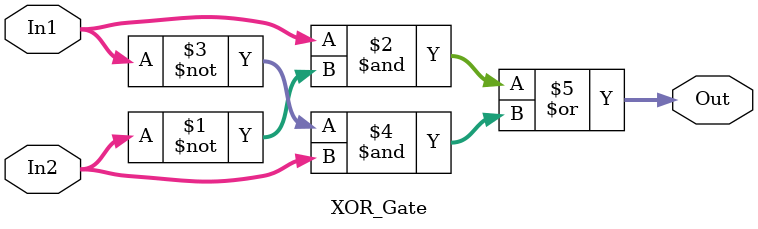
<source format=v>
`timescale 1ns / 1ps
module XOR_Gate(In1,
                In2,
					 Out
                );

input [7:0] In1,
            In2;
				
output [7:0] Out;

assign Out= (In1 & (~In2))|((~In1) & In2);

endmodule

</source>
